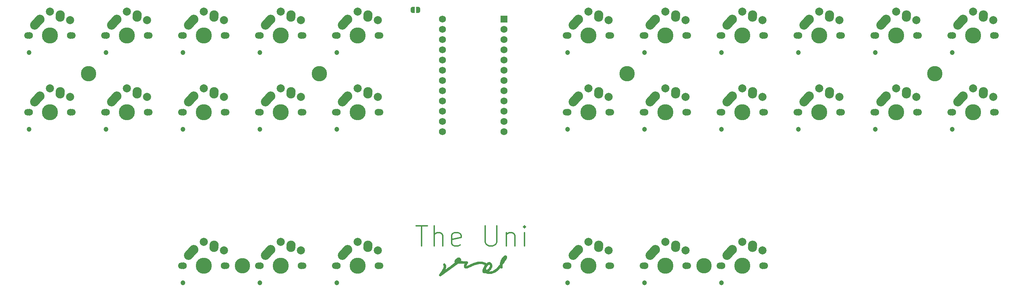
<source format=gts>
G04 #@! TF.GenerationSoftware,KiCad,Pcbnew,(5.99.0-10034-g38c849bde7)*
G04 #@! TF.CreationDate,2021-04-05T20:49:44-07:00*
G04 #@! TF.ProjectId,unisplit_orthosteno,756e6973-706c-4697-945f-6f7274686f73,rev?*
G04 #@! TF.SameCoordinates,Original*
G04 #@! TF.FileFunction,Soldermask,Top*
G04 #@! TF.FilePolarity,Negative*
%FSLAX46Y46*%
G04 Gerber Fmt 4.6, Leading zero omitted, Abs format (unit mm)*
G04 Created by KiCad (PCBNEW (5.99.0-10034-g38c849bde7)) date 2021-04-05 20:49:44*
%MOMM*%
%LPD*%
G01*
G04 APERTURE LIST*
G04 Aperture macros list*
%AMHorizOval*
0 Thick line with rounded ends*
0 $1 width*
0 $2 $3 position (X,Y) of the first rounded end (center of the circle)*
0 $4 $5 position (X,Y) of the second rounded end (center of the circle)*
0 Add line between two ends*
20,1,$1,$2,$3,$4,$5,0*
0 Add two circle primitives to create the rounded ends*
1,1,$1,$2,$3*
1,1,$1,$4,$5*%
%AMFreePoly0*
4,1,22,0.500000,-0.750000,0.000000,-0.750000,0.000000,-0.745033,-0.079941,-0.743568,-0.215256,-0.701293,-0.333266,-0.622738,-0.424486,-0.514219,-0.481581,-0.384460,-0.499164,-0.250000,-0.500000,-0.250000,-0.500000,0.250000,-0.499164,0.250000,-0.499963,0.256109,-0.478152,0.396186,-0.417904,0.524511,-0.324060,0.630769,-0.204165,0.706417,-0.067858,0.745374,0.000000,0.744959,0.000000,0.750000,
0.500000,0.750000,0.500000,-0.750000,0.500000,-0.750000,$1*%
%AMFreePoly1*
4,1,20,0.000000,0.744959,0.073905,0.744508,0.209726,0.703889,0.328688,0.626782,0.421226,0.519385,0.479903,0.390333,0.500000,0.250000,0.500000,-0.250000,0.499851,-0.262216,0.476331,-0.402017,0.414519,-0.529596,0.319384,-0.634700,0.198574,-0.708877,0.061801,-0.746166,0.000000,-0.745033,0.000000,-0.750000,-0.500000,-0.750000,-0.500000,0.750000,0.000000,0.750000,0.000000,0.744959,
0.000000,0.744959,$1*%
G04 Aperture macros list end*
%ADD10C,0.300000*%
%ADD11C,1.200000*%
%ADD12C,1.700000*%
%ADD13C,1.750000*%
%ADD14C,3.987800*%
%ADD15HorizOval,2.250000X0.019771X0.290016X-0.019771X-0.290016X0*%
%ADD16C,2.000000*%
%ADD17C,2.250000*%
%ADD18HorizOval,2.250000X0.654995X0.730004X-0.654995X-0.730004X0*%
%ADD19C,3.800000*%
%ADD20FreePoly0,0.000000*%
%ADD21FreePoly1,0.000000*%
%ADD22R,1.752600X1.752600*%
%ADD23C,1.752600*%
G04 APERTURE END LIST*
D10*
X127922476Y-117118154D02*
X130779619Y-117118154D01*
X129351047Y-122118154D02*
X129351047Y-117118154D01*
X132446285Y-122118154D02*
X132446285Y-117118154D01*
X134589142Y-122118154D02*
X134589142Y-119499107D01*
X134351047Y-119022916D01*
X133874857Y-118784821D01*
X133160571Y-118784821D01*
X132684380Y-119022916D01*
X132446285Y-119261011D01*
X138874857Y-121880059D02*
X138398666Y-122118154D01*
X137446285Y-122118154D01*
X136970095Y-121880059D01*
X136732000Y-121403869D01*
X136732000Y-119499107D01*
X136970095Y-119022916D01*
X137446285Y-118784821D01*
X138398666Y-118784821D01*
X138874857Y-119022916D01*
X139112952Y-119499107D01*
X139112952Y-119975297D01*
X136732000Y-120451488D01*
X145065333Y-117118154D02*
X145065333Y-121165773D01*
X145303428Y-121641964D01*
X145541523Y-121880059D01*
X146017714Y-122118154D01*
X146970095Y-122118154D01*
X147446285Y-121880059D01*
X147684380Y-121641964D01*
X147922476Y-121165773D01*
X147922476Y-117118154D01*
X150303428Y-118784821D02*
X150303428Y-122118154D01*
X150303428Y-119261011D02*
X150541523Y-119022916D01*
X151017714Y-118784821D01*
X151732000Y-118784821D01*
X152208190Y-119022916D01*
X152446285Y-119499107D01*
X152446285Y-122118154D01*
X154827238Y-122118154D02*
X154827238Y-118784821D01*
X154827238Y-117118154D02*
X154589142Y-117356250D01*
X154827238Y-117594345D01*
X155065333Y-117356250D01*
X154827238Y-117118154D01*
X154827238Y-117594345D01*
G36*
X144595565Y-127537889D02*
G01*
X144694845Y-127325985D01*
X144770811Y-127175000D01*
X144828710Y-127060933D01*
X144877318Y-126962571D01*
X144912486Y-126888509D01*
X144930067Y-126847344D01*
X144931301Y-126842436D01*
X144910316Y-126822776D01*
X144855103Y-126789789D01*
X144777194Y-126750303D01*
X144769675Y-126746763D01*
X144542797Y-126665651D01*
X144281245Y-126617441D01*
X143987865Y-126601983D01*
X143665499Y-126619127D01*
X143316994Y-126668723D01*
X142945193Y-126750622D01*
X142557087Y-126863331D01*
X142320028Y-126946025D01*
X142064199Y-127047354D01*
X141782837Y-127170186D01*
X141469178Y-127317387D01*
X141357041Y-127371991D01*
X141146719Y-127472783D01*
X140971247Y-127550652D01*
X140822477Y-127608189D01*
X140692261Y-127647990D01*
X140572452Y-127672648D01*
X140454901Y-127684756D01*
X140366896Y-127687159D01*
X140254924Y-127685934D01*
X140177240Y-127679615D01*
X140118162Y-127664838D01*
X140062008Y-127638239D01*
X140018810Y-127612500D01*
X139903603Y-127513650D01*
X139825816Y-127385546D01*
X139785891Y-127232584D01*
X139784264Y-127059158D01*
X139821375Y-126869665D01*
X139897663Y-126668500D01*
X139919994Y-126622626D01*
X139978163Y-126507753D01*
X139548456Y-126491453D01*
X139365666Y-126485533D01*
X139161264Y-126480562D01*
X138956913Y-126476971D01*
X138774275Y-126475192D01*
X138726471Y-126475076D01*
X138334193Y-126475000D01*
X134050313Y-129600000D01*
X133925781Y-129600000D01*
X133842654Y-129594923D01*
X133784142Y-129572955D01*
X133725325Y-129523984D01*
X133716250Y-129515000D01*
X133662708Y-129453860D01*
X133637815Y-129396216D01*
X133631288Y-129316854D01*
X133631250Y-129306550D01*
X133632517Y-129259461D01*
X133639334Y-129218421D01*
X133656226Y-129175772D01*
X133687716Y-129123854D01*
X133738328Y-129055008D01*
X133812587Y-128961574D01*
X133894206Y-128861349D01*
X134138595Y-128547873D01*
X134345255Y-128252046D01*
X134513347Y-127975459D01*
X134642031Y-127719704D01*
X134730469Y-127486374D01*
X134777819Y-127277059D01*
X134786083Y-127170499D01*
X134782128Y-127074385D01*
X134761246Y-126999607D01*
X134715290Y-126918363D01*
X134709764Y-126909963D01*
X134651132Y-126786653D01*
X134636676Y-126668913D01*
X134662838Y-126564062D01*
X134726065Y-126479423D01*
X134822800Y-126422318D01*
X134949487Y-126400067D01*
X134957428Y-126400000D01*
X135020294Y-126404435D01*
X135071191Y-126423410D01*
X135126141Y-126465427D01*
X135181215Y-126518750D01*
X135277700Y-126631693D01*
X135344279Y-126750759D01*
X135384331Y-126886650D01*
X135401233Y-127050067D01*
X135400172Y-127212500D01*
X135391016Y-127363035D01*
X135374811Y-127485302D01*
X135347773Y-127600929D01*
X135312644Y-127712500D01*
X135280382Y-127810049D01*
X135256350Y-127887872D01*
X135243753Y-127935297D01*
X135242933Y-127944651D01*
X135263787Y-127931669D01*
X135321388Y-127891758D01*
X135412129Y-127827511D01*
X135532402Y-127741521D01*
X135678601Y-127636380D01*
X135847118Y-127514681D01*
X136034346Y-127379016D01*
X136236678Y-127231979D01*
X136399174Y-127113606D01*
X137548628Y-126275409D01*
X137500381Y-126132497D01*
X137467131Y-125967059D01*
X137480892Y-125804208D01*
X137500396Y-125752727D01*
X138242064Y-125752727D01*
X138247667Y-125759992D01*
X138283697Y-125741692D01*
X138290671Y-125737217D01*
X138336263Y-125704373D01*
X138356214Y-125684115D01*
X138356250Y-125683745D01*
X138339737Y-125683271D01*
X138302551Y-125702645D01*
X138263216Y-125730675D01*
X138242064Y-125752727D01*
X137500396Y-125752727D01*
X137542377Y-125641916D01*
X137652299Y-125478154D01*
X137778471Y-125341937D01*
X137944102Y-125203672D01*
X138123538Y-125091994D01*
X138307778Y-125010552D01*
X138487819Y-124962993D01*
X138654659Y-124952968D01*
X138718707Y-124960842D01*
X138815971Y-124999925D01*
X138914297Y-125073986D01*
X139000217Y-125170163D01*
X139060263Y-125275591D01*
X139066905Y-125293437D01*
X139101626Y-125463364D01*
X139097897Y-125641421D01*
X139079288Y-125733594D01*
X139065676Y-125797691D01*
X139064618Y-125839047D01*
X139067021Y-125844104D01*
X139094707Y-125848222D01*
X139166146Y-125852952D01*
X139275098Y-125858045D01*
X139415321Y-125863254D01*
X139580577Y-125868332D01*
X139764624Y-125873031D01*
X139837593Y-125874654D01*
X140070690Y-125880017D01*
X140259135Y-125885783D01*
X140408273Y-125892928D01*
X140523450Y-125902428D01*
X140610010Y-125915259D01*
X140673299Y-125932396D01*
X140718662Y-125954817D01*
X140751444Y-125983497D01*
X140776990Y-126019412D01*
X140793326Y-126049181D01*
X140824067Y-126127049D01*
X140830377Y-126203925D01*
X140810049Y-126289652D01*
X140760874Y-126394070D01*
X140689046Y-126513861D01*
X140627146Y-126616308D01*
X140565943Y-126726407D01*
X140509889Y-126834982D01*
X140463433Y-126932860D01*
X140431027Y-127010866D01*
X140417123Y-127059825D01*
X140418807Y-127070890D01*
X140451017Y-127070913D01*
X140522142Y-127050892D01*
X140626375Y-127013155D01*
X140757915Y-126960026D01*
X140910957Y-126893832D01*
X141079698Y-126816899D01*
X141224687Y-126747926D01*
X141544158Y-126597272D01*
X141832342Y-126470621D01*
X142099312Y-126363882D01*
X142355140Y-126272964D01*
X142532893Y-126216571D01*
X142936638Y-126108836D01*
X143325580Y-126033411D01*
X143696521Y-125990165D01*
X144046259Y-125978967D01*
X144371594Y-125999684D01*
X144669326Y-126052185D01*
X144936255Y-126136339D01*
X145169181Y-126252013D01*
X145282508Y-126329690D01*
X145396267Y-126417049D01*
X145503806Y-126321617D01*
X145668200Y-126201836D01*
X145843833Y-126120870D01*
X146022871Y-126080534D01*
X146197483Y-126082642D01*
X146351307Y-126125257D01*
X146494480Y-126212689D01*
X146624310Y-126343789D01*
X146735527Y-126512882D01*
X146764636Y-126570509D01*
X146799854Y-126648228D01*
X146822651Y-126712697D01*
X146835634Y-126778729D01*
X146841413Y-126861137D01*
X146842596Y-126974733D01*
X146842467Y-127012500D01*
X146839631Y-127151507D01*
X146831340Y-127255077D01*
X146815663Y-127337647D01*
X146790667Y-127413654D01*
X146787825Y-127420839D01*
X146693998Y-127620337D01*
X146573185Y-127812618D01*
X146418747Y-128007176D01*
X146256262Y-128181250D01*
X145990345Y-128450000D01*
X146107523Y-128450000D01*
X146223038Y-128442869D01*
X146368605Y-128423582D01*
X146526677Y-128395293D01*
X146679707Y-128361160D01*
X146810150Y-128324337D01*
X146814922Y-128322763D01*
X147092367Y-128209352D01*
X147369110Y-128056605D01*
X147631116Y-127873373D01*
X147864348Y-127668509D01*
X147884759Y-127647978D01*
X147956204Y-127570890D01*
X148050478Y-127462899D01*
X148160219Y-127332958D01*
X148278062Y-127190017D01*
X148396643Y-127043029D01*
X148508598Y-126900944D01*
X148606564Y-126772715D01*
X148623476Y-126750000D01*
X148674709Y-126677112D01*
X148706753Y-126616345D01*
X148725713Y-126549908D01*
X148737695Y-126460008D01*
X148742859Y-126402124D01*
X148781540Y-126126215D01*
X148852819Y-125863196D01*
X148961677Y-125595303D01*
X148979905Y-125557007D01*
X149108426Y-125313240D01*
X149247898Y-125088157D01*
X149393649Y-124887640D01*
X149541006Y-124717572D01*
X149685298Y-124583834D01*
X149821852Y-124492310D01*
X149828129Y-124489081D01*
X149962514Y-124440600D01*
X150102908Y-124423372D01*
X150233825Y-124437840D01*
X150325228Y-124474864D01*
X150420325Y-124551426D01*
X150477411Y-124646386D01*
X150500758Y-124768967D01*
X150500657Y-124853704D01*
X150492509Y-124943019D01*
X150474560Y-125024396D01*
X150441866Y-125113739D01*
X150389480Y-125226954D01*
X150376283Y-125253704D01*
X150272371Y-125447868D01*
X150137979Y-125674192D01*
X149976204Y-125927790D01*
X149790143Y-126203774D01*
X149629864Y-126431835D01*
X149379409Y-126782272D01*
X149396284Y-127123197D01*
X149402456Y-127266093D01*
X149404143Y-127368903D01*
X149400775Y-127441387D01*
X149391784Y-127493305D01*
X149376603Y-127534417D01*
X149371781Y-127544137D01*
X149302765Y-127628518D01*
X149208267Y-127679796D01*
X149100901Y-127697249D01*
X148993284Y-127680157D01*
X148898031Y-127627797D01*
X148848406Y-127574060D01*
X148830967Y-127553444D01*
X148812085Y-127549120D01*
X148785032Y-127566178D01*
X148743084Y-127609707D01*
X148679516Y-127684796D01*
X148642123Y-127730168D01*
X148345475Y-128060352D01*
X148037257Y-128342394D01*
X147715888Y-128577144D01*
X147379788Y-128765452D01*
X147027376Y-128908169D01*
X146657070Y-129006144D01*
X146267290Y-129060227D01*
X146154792Y-129067603D01*
X145899050Y-129067989D01*
X145678171Y-129040492D01*
X145484641Y-128983770D01*
X145360811Y-128925621D01*
X145277942Y-128884141D01*
X145220745Y-128867927D01*
X145174204Y-128873187D01*
X145165433Y-128876260D01*
X145079985Y-128894228D01*
X144967622Y-128899223D01*
X144849521Y-128891945D01*
X144746862Y-128873091D01*
X144712038Y-128861306D01*
X144577444Y-128780089D01*
X144478087Y-128665249D01*
X144415012Y-128519649D01*
X144389267Y-128346149D01*
X144401899Y-128147613D01*
X144418557Y-128058992D01*
X144461196Y-127894919D01*
X144509524Y-127752186D01*
X145347835Y-127752186D01*
X145359315Y-127871550D01*
X145373064Y-127957542D01*
X145386528Y-128023701D01*
X145395777Y-128053280D01*
X145427416Y-128060098D01*
X145489229Y-128028606D01*
X145580188Y-127959564D01*
X145699264Y-127853729D01*
X145807078Y-127750000D01*
X145982213Y-127560755D01*
X146110358Y-127384713D01*
X146192335Y-127220456D01*
X146228969Y-127066563D01*
X146231250Y-127019169D01*
X146220976Y-126917320D01*
X146193892Y-126821465D01*
X146155602Y-126746254D01*
X146111712Y-126706340D01*
X146111547Y-126706276D01*
X146054689Y-126709484D01*
X145976504Y-126749715D01*
X145882550Y-126821838D01*
X145778386Y-126920720D01*
X145669568Y-127041228D01*
X145561656Y-127178229D01*
X145490609Y-127279723D01*
X145403812Y-127435314D01*
X145357421Y-127587393D01*
X145347835Y-127752186D01*
X144509524Y-127752186D01*
X144518941Y-127724375D01*
X144595565Y-127537889D01*
G37*
D11*
X32086250Y-74050000D03*
D12*
X42806250Y-69850000D03*
D13*
X32226250Y-69850000D03*
X42386250Y-69850000D03*
D12*
X31806250Y-69850000D03*
D14*
X37306250Y-69850000D03*
D15*
X39826021Y-65059984D03*
D16*
X42306250Y-66050000D03*
D17*
X39846250Y-64770000D03*
X34806250Y-65850000D03*
D18*
X34151245Y-66579996D03*
D16*
X37306250Y-63950000D03*
D13*
X61436250Y-69850000D03*
D14*
X56356250Y-69850000D03*
D12*
X61856250Y-69850000D03*
D13*
X51276250Y-69850000D03*
D11*
X51136250Y-74050000D03*
D12*
X50856250Y-69850000D03*
D15*
X58876021Y-65059984D03*
D17*
X58896250Y-64770000D03*
D16*
X61356250Y-66050000D03*
D17*
X53856250Y-65850000D03*
D18*
X53201245Y-66579996D03*
D16*
X56356250Y-63950000D03*
D13*
X80486250Y-69850000D03*
D14*
X75406250Y-69850000D03*
D13*
X70326250Y-69850000D03*
D12*
X69906250Y-69850000D03*
X80906250Y-69850000D03*
D11*
X70186250Y-74050000D03*
D15*
X77926021Y-65059984D03*
D17*
X77946250Y-64770000D03*
D16*
X80406250Y-66050000D03*
X75406250Y-63950000D03*
D18*
X72251245Y-66579996D03*
D17*
X72906250Y-65850000D03*
D11*
X89236250Y-74050000D03*
D14*
X94456250Y-69850000D03*
D12*
X88956250Y-69850000D03*
D13*
X89376250Y-69850000D03*
X99536250Y-69850000D03*
D12*
X99956250Y-69850000D03*
D16*
X99456250Y-66050000D03*
D15*
X96976021Y-65059984D03*
D17*
X96996250Y-64770000D03*
D16*
X94456250Y-63950000D03*
D17*
X91956250Y-65850000D03*
D18*
X91301245Y-66579996D03*
D14*
X113506250Y-69850000D03*
D11*
X108286250Y-74050000D03*
D13*
X108426250Y-69850000D03*
X118586250Y-69850000D03*
D12*
X108006250Y-69850000D03*
X119006250Y-69850000D03*
D15*
X116026021Y-65059984D03*
D17*
X116046250Y-64770000D03*
D16*
X118506250Y-66050000D03*
D18*
X110351245Y-66579996D03*
D17*
X111006250Y-65850000D03*
D16*
X113506250Y-63950000D03*
D13*
X175736250Y-69850000D03*
D11*
X165436250Y-74050000D03*
D12*
X165156250Y-69850000D03*
D13*
X165576250Y-69850000D03*
D12*
X176156250Y-69850000D03*
D14*
X170656250Y-69850000D03*
D17*
X173196250Y-64770000D03*
D16*
X175656250Y-66050000D03*
D15*
X173176021Y-65059984D03*
D17*
X168156250Y-65850000D03*
D16*
X170656250Y-63950000D03*
D18*
X167501245Y-66579996D03*
D13*
X184626250Y-69850000D03*
D14*
X189706250Y-69850000D03*
D13*
X194786250Y-69850000D03*
D11*
X184486250Y-74050000D03*
D12*
X184206250Y-69850000D03*
X195206250Y-69850000D03*
D17*
X192246250Y-64770000D03*
D16*
X194706250Y-66050000D03*
D15*
X192226021Y-65059984D03*
D18*
X186551245Y-66579996D03*
D16*
X189706250Y-63950000D03*
D17*
X187206250Y-65850000D03*
D12*
X203256250Y-69850000D03*
D13*
X213836250Y-69850000D03*
D12*
X214256250Y-69850000D03*
D13*
X203676250Y-69850000D03*
D11*
X203536250Y-74050000D03*
D14*
X208756250Y-69850000D03*
D16*
X213756250Y-66050000D03*
D17*
X211296250Y-64770000D03*
D15*
X211276021Y-65059984D03*
D18*
X205601245Y-66579996D03*
D16*
X208756250Y-63950000D03*
D17*
X206256250Y-65850000D03*
D11*
X222586250Y-74050000D03*
D13*
X222726250Y-69850000D03*
X232886250Y-69850000D03*
D14*
X227806250Y-69850000D03*
D12*
X222306250Y-69850000D03*
X233306250Y-69850000D03*
D16*
X232806250Y-66050000D03*
D15*
X230326021Y-65059984D03*
D17*
X230346250Y-64770000D03*
X225306250Y-65850000D03*
D18*
X224651245Y-66579996D03*
D16*
X227806250Y-63950000D03*
D12*
X241356250Y-69850000D03*
D11*
X241636250Y-74050000D03*
D13*
X251936250Y-69850000D03*
X241776250Y-69850000D03*
D12*
X252356250Y-69850000D03*
D14*
X246856250Y-69850000D03*
D16*
X251856250Y-66050000D03*
D15*
X249376021Y-65059984D03*
D17*
X249396250Y-64770000D03*
X244356250Y-65850000D03*
D16*
X246856250Y-63950000D03*
D18*
X243701245Y-66579996D03*
D12*
X271406250Y-69850000D03*
D11*
X260686250Y-74050000D03*
D12*
X260406250Y-69850000D03*
D13*
X270986250Y-69850000D03*
X260826250Y-69850000D03*
D14*
X265906250Y-69850000D03*
D17*
X268446250Y-64770000D03*
D16*
X270906250Y-66050000D03*
D15*
X268426021Y-65059984D03*
D17*
X263406250Y-65850000D03*
D16*
X265906250Y-63950000D03*
D18*
X262751245Y-66579996D03*
D13*
X42386250Y-88900000D03*
D12*
X42806250Y-88900000D03*
X31806250Y-88900000D03*
D11*
X32086250Y-93100000D03*
D14*
X37306250Y-88900000D03*
D13*
X32226250Y-88900000D03*
D15*
X39826021Y-84109984D03*
D17*
X39846250Y-83820000D03*
D16*
X42306250Y-85100000D03*
D18*
X34151245Y-85629996D03*
D16*
X37306250Y-83000000D03*
D17*
X34806250Y-84900000D03*
D11*
X51136250Y-93100000D03*
D13*
X51276250Y-88900000D03*
D12*
X61856250Y-88900000D03*
X50856250Y-88900000D03*
D14*
X56356250Y-88900000D03*
D13*
X61436250Y-88900000D03*
D15*
X58876021Y-84109984D03*
D17*
X58896250Y-83820000D03*
D16*
X61356250Y-85100000D03*
X56356250Y-83000000D03*
D18*
X53201245Y-85629996D03*
D17*
X53856250Y-84900000D03*
D11*
X70186250Y-93100000D03*
D14*
X75406250Y-88900000D03*
D13*
X80486250Y-88900000D03*
D12*
X69906250Y-88900000D03*
X80906250Y-88900000D03*
D13*
X70326250Y-88900000D03*
D17*
X77946250Y-83820000D03*
D16*
X80406250Y-85100000D03*
D15*
X77926021Y-84109984D03*
D16*
X75406250Y-83000000D03*
D17*
X72906250Y-84900000D03*
D18*
X72251245Y-85629996D03*
D12*
X88956250Y-88900000D03*
D13*
X89376250Y-88900000D03*
D11*
X89236250Y-93100000D03*
D12*
X99956250Y-88900000D03*
D13*
X99536250Y-88900000D03*
D14*
X94456250Y-88900000D03*
D16*
X99456250Y-85100000D03*
D15*
X96976021Y-84109984D03*
D17*
X96996250Y-83820000D03*
D18*
X91301245Y-85629996D03*
D17*
X91956250Y-84900000D03*
D16*
X94456250Y-83000000D03*
D12*
X108006250Y-88900000D03*
D14*
X113506250Y-88900000D03*
D13*
X118586250Y-88900000D03*
D12*
X119006250Y-88900000D03*
D13*
X108426250Y-88900000D03*
D11*
X108286250Y-93100000D03*
D17*
X116046250Y-83820000D03*
D15*
X116026021Y-84109984D03*
D16*
X118506250Y-85100000D03*
D18*
X110351245Y-85629996D03*
D17*
X111006250Y-84900000D03*
D16*
X113506250Y-83000000D03*
D14*
X170656250Y-88900000D03*
D12*
X176156250Y-88900000D03*
D11*
X165436250Y-93100000D03*
D13*
X165576250Y-88900000D03*
D12*
X165156250Y-88900000D03*
D13*
X175736250Y-88900000D03*
D17*
X173196250Y-83820000D03*
D15*
X173176021Y-84109984D03*
D16*
X175656250Y-85100000D03*
D18*
X167501245Y-85629996D03*
D17*
X168156250Y-84900000D03*
D16*
X170656250Y-83000000D03*
D14*
X189706250Y-88900000D03*
D12*
X195206250Y-88900000D03*
D11*
X184486250Y-93100000D03*
D13*
X184626250Y-88900000D03*
X194786250Y-88900000D03*
D12*
X184206250Y-88900000D03*
D17*
X192246250Y-83820000D03*
D16*
X194706250Y-85100000D03*
D15*
X192226021Y-84109984D03*
D18*
X186551245Y-85629996D03*
D16*
X189706250Y-83000000D03*
D17*
X187206250Y-84900000D03*
D12*
X214256250Y-88900000D03*
X203256250Y-88900000D03*
D13*
X203676250Y-88900000D03*
X213836250Y-88900000D03*
D14*
X208756250Y-88900000D03*
D11*
X203536250Y-93100000D03*
D15*
X211276021Y-84109984D03*
D17*
X211296250Y-83820000D03*
D16*
X213756250Y-85100000D03*
X208756250Y-83000000D03*
D17*
X206256250Y-84900000D03*
D18*
X205601245Y-85629996D03*
D12*
X222306250Y-88900000D03*
D13*
X222726250Y-88900000D03*
D12*
X233306250Y-88900000D03*
D13*
X232886250Y-88900000D03*
D14*
X227806250Y-88900000D03*
D11*
X222586250Y-93100000D03*
D15*
X230326021Y-84109984D03*
D16*
X232806250Y-85100000D03*
D17*
X230346250Y-83820000D03*
D16*
X227806250Y-83000000D03*
D17*
X225306250Y-84900000D03*
D18*
X224651245Y-85629996D03*
D13*
X241776250Y-88900000D03*
D12*
X241356250Y-88900000D03*
D13*
X251936250Y-88900000D03*
D12*
X252356250Y-88900000D03*
D11*
X241636250Y-93100000D03*
D14*
X246856250Y-88900000D03*
D17*
X249396250Y-83820000D03*
D16*
X251856250Y-85100000D03*
D15*
X249376021Y-84109984D03*
D17*
X244356250Y-84900000D03*
D18*
X243701245Y-85629996D03*
D16*
X246856250Y-83000000D03*
D12*
X260406250Y-88900000D03*
D13*
X270986250Y-88900000D03*
D14*
X265906250Y-88900000D03*
D13*
X260826250Y-88900000D03*
D12*
X271406250Y-88900000D03*
D11*
X260686250Y-93100000D03*
D16*
X270906250Y-85100000D03*
D17*
X268446250Y-83820000D03*
D15*
X268426021Y-84109984D03*
D18*
X262751245Y-85629996D03*
D17*
X263406250Y-84900000D03*
D16*
X265906250Y-83000000D03*
D12*
X80906250Y-127000000D03*
D13*
X70326250Y-127000000D03*
D14*
X75406250Y-127000000D03*
D13*
X80486250Y-127000000D03*
D11*
X70186250Y-131200000D03*
D12*
X69906250Y-127000000D03*
D16*
X80406250Y-123200000D03*
D15*
X77926021Y-122209984D03*
D17*
X77946250Y-121920000D03*
X72906250Y-123000000D03*
D16*
X75406250Y-121100000D03*
D18*
X72251245Y-123729996D03*
D11*
X89236250Y-131200000D03*
D12*
X99956250Y-127000000D03*
X88956250Y-127000000D03*
D14*
X94456250Y-127000000D03*
D13*
X99536250Y-127000000D03*
X89376250Y-127000000D03*
D16*
X99456250Y-123200000D03*
D17*
X96996250Y-121920000D03*
D15*
X96976021Y-122209984D03*
D18*
X91301245Y-123729996D03*
D17*
X91956250Y-123000000D03*
D16*
X94456250Y-121100000D03*
D13*
X165576250Y-127000000D03*
D12*
X176156250Y-127000000D03*
D13*
X175736250Y-127000000D03*
D14*
X170656250Y-127000000D03*
D12*
X165156250Y-127000000D03*
D11*
X165436250Y-131200000D03*
D17*
X173196250Y-121920000D03*
D15*
X173176021Y-122209984D03*
D16*
X175656250Y-123200000D03*
D18*
X167501245Y-123729996D03*
D17*
X168156250Y-123000000D03*
D16*
X170656250Y-121100000D03*
D12*
X184206250Y-127000000D03*
X195206250Y-127000000D03*
D13*
X194786250Y-127000000D03*
D14*
X189706250Y-127000000D03*
D13*
X184626250Y-127000000D03*
D11*
X184486250Y-131200000D03*
D16*
X194706250Y-123200000D03*
D15*
X192226021Y-122209984D03*
D17*
X192246250Y-121920000D03*
D16*
X189706250Y-121100000D03*
D17*
X187206250Y-123000000D03*
D18*
X186551245Y-123729996D03*
D14*
X113506250Y-127000000D03*
D12*
X119006250Y-127000000D03*
D11*
X108286250Y-131200000D03*
D12*
X108006250Y-127000000D03*
D13*
X108426250Y-127000000D03*
X118586250Y-127000000D03*
D15*
X116026021Y-122209984D03*
D17*
X116046250Y-121920000D03*
D16*
X118506250Y-123200000D03*
X113506250Y-121100000D03*
D18*
X110351245Y-123729996D03*
D17*
X111006250Y-123000000D03*
D11*
X203536250Y-131200000D03*
D13*
X203676250Y-127000000D03*
D12*
X214256250Y-127000000D03*
D13*
X213836250Y-127000000D03*
D14*
X208756250Y-127000000D03*
D12*
X203256250Y-127000000D03*
D17*
X211296250Y-121920000D03*
D16*
X213756250Y-123200000D03*
D15*
X211276021Y-122209984D03*
D16*
X208756250Y-121100000D03*
D17*
X206256250Y-123000000D03*
D18*
X205601245Y-123729996D03*
D19*
X84931250Y-127000000D03*
X103981250Y-79375000D03*
X180181250Y-79375000D03*
X256381250Y-79375000D03*
X46831250Y-79375000D03*
D20*
X127143750Y-63500000D03*
D21*
X128443750Y-63500000D03*
D19*
X199231250Y-127000000D03*
D22*
X149701250Y-65804250D03*
D23*
X149701250Y-68344250D03*
X149701250Y-70884250D03*
X149701250Y-73424250D03*
X149701250Y-75964250D03*
X149701250Y-78504250D03*
X149701250Y-81044250D03*
X149701250Y-83584250D03*
X149701250Y-86124250D03*
X149701250Y-88664250D03*
X149701250Y-91204250D03*
X149701250Y-93744250D03*
X134461250Y-93744250D03*
X134461250Y-91204250D03*
X134461250Y-88664250D03*
X134461250Y-86124250D03*
X134461250Y-83584250D03*
X134461250Y-81044250D03*
X134461250Y-78504250D03*
X134461250Y-75964250D03*
X134461250Y-73424250D03*
X134461250Y-70884250D03*
X134461250Y-68344250D03*
X134461250Y-65804250D03*
M02*

</source>
